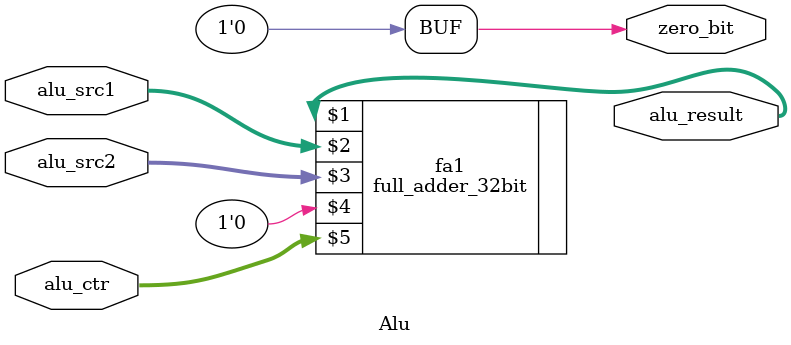
<source format=v>
module Alu( output[31:0] alu_result,
				output zero_bit, 
				input [31:0] alu_src1, 
				input [31:0] alu_src2, 
				input [2:0] alu_ctr
				);

	
	//Alu calculates all the operations and by using mux it writes to main result only one of them according to Alu_Op
	full_adder_32bit fa1(alu_result[31:0], alu_src1[31:0], alu_src2[31:0], 1'b0,  alu_ctr[2:0]);
	and and1(zero_bit, 1, 0);
	
endmodule

</source>
